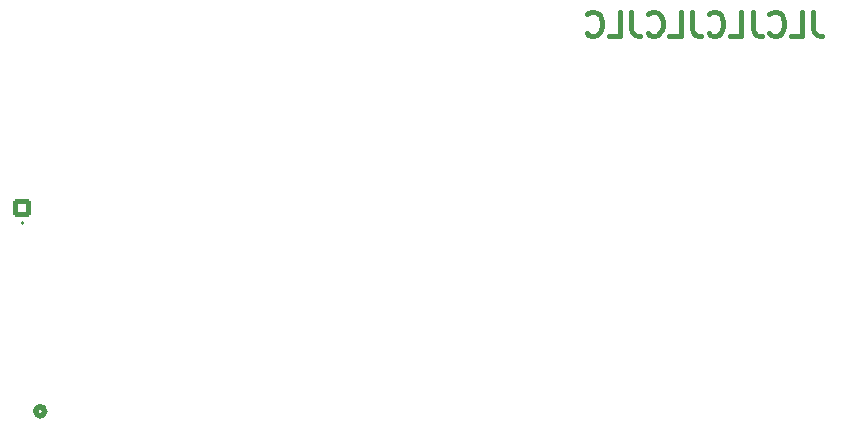
<source format=gbo>
G04 #@! TF.GenerationSoftware,KiCad,Pcbnew,9.0.3*
G04 #@! TF.CreationDate,2025-08-14T10:35:20-07:00*
G04 #@! TF.ProjectId,PD Board,50442042-6f61-4726-942e-6b696361645f,rev?*
G04 #@! TF.SameCoordinates,Original*
G04 #@! TF.FileFunction,Legend,Bot*
G04 #@! TF.FilePolarity,Positive*
%FSLAX46Y46*%
G04 Gerber Fmt 4.6, Leading zero omitted, Abs format (unit mm)*
G04 Created by KiCad (PCBNEW 9.0.3) date 2025-08-14 10:35:20*
%MOMM*%
%LPD*%
G01*
G04 APERTURE LIST*
G04 Aperture macros list*
%AMRoundRect*
0 Rectangle with rounded corners*
0 $1 Rounding radius*
0 $2 $3 $4 $5 $6 $7 $8 $9 X,Y pos of 4 corners*
0 Add a 4 corners polygon primitive as box body*
4,1,4,$2,$3,$4,$5,$6,$7,$8,$9,$2,$3,0*
0 Add four circle primitives for the rounded corners*
1,1,$1+$1,$2,$3*
1,1,$1+$1,$4,$5*
1,1,$1+$1,$6,$7*
1,1,$1+$1,$8,$9*
0 Add four rect primitives between the rounded corners*
20,1,$1+$1,$2,$3,$4,$5,0*
20,1,$1+$1,$4,$5,$6,$7,0*
20,1,$1+$1,$6,$7,$8,$9,0*
20,1,$1+$1,$8,$9,$2,$3,0*%
G04 Aperture macros list end*
%ADD10C,0.400000*%
%ADD11C,0.191421*%
%ADD12C,0.508000*%
%ADD13R,1.950000X1.950000*%
%ADD14C,1.950000*%
%ADD15C,1.020000*%
%ADD16RoundRect,0.250000X-0.552500X0.552500X-0.552500X-0.552500X0.552500X-0.552500X0.552500X0.552500X0*%
%ADD17C,1.605000*%
%ADD18C,2.500000*%
%ADD19C,2.362200*%
G04 APERTURE END LIST*
D10*
X160149223Y-94944438D02*
X160149223Y-96373009D01*
X160149223Y-96373009D02*
X160244462Y-96658723D01*
X160244462Y-96658723D02*
X160434938Y-96849200D01*
X160434938Y-96849200D02*
X160720652Y-96944438D01*
X160720652Y-96944438D02*
X160911128Y-96944438D01*
X158244461Y-96944438D02*
X159196842Y-96944438D01*
X159196842Y-96944438D02*
X159196842Y-94944438D01*
X156434937Y-96753961D02*
X156530175Y-96849200D01*
X156530175Y-96849200D02*
X156815889Y-96944438D01*
X156815889Y-96944438D02*
X157006365Y-96944438D01*
X157006365Y-96944438D02*
X157292080Y-96849200D01*
X157292080Y-96849200D02*
X157482556Y-96658723D01*
X157482556Y-96658723D02*
X157577794Y-96468247D01*
X157577794Y-96468247D02*
X157673032Y-96087295D01*
X157673032Y-96087295D02*
X157673032Y-95801580D01*
X157673032Y-95801580D02*
X157577794Y-95420628D01*
X157577794Y-95420628D02*
X157482556Y-95230152D01*
X157482556Y-95230152D02*
X157292080Y-95039676D01*
X157292080Y-95039676D02*
X157006365Y-94944438D01*
X157006365Y-94944438D02*
X156815889Y-94944438D01*
X156815889Y-94944438D02*
X156530175Y-95039676D01*
X156530175Y-95039676D02*
X156434937Y-95134914D01*
X155006365Y-94944438D02*
X155006365Y-96373009D01*
X155006365Y-96373009D02*
X155101604Y-96658723D01*
X155101604Y-96658723D02*
X155292080Y-96849200D01*
X155292080Y-96849200D02*
X155577794Y-96944438D01*
X155577794Y-96944438D02*
X155768270Y-96944438D01*
X153101603Y-96944438D02*
X154053984Y-96944438D01*
X154053984Y-96944438D02*
X154053984Y-94944438D01*
X151292079Y-96753961D02*
X151387317Y-96849200D01*
X151387317Y-96849200D02*
X151673031Y-96944438D01*
X151673031Y-96944438D02*
X151863507Y-96944438D01*
X151863507Y-96944438D02*
X152149222Y-96849200D01*
X152149222Y-96849200D02*
X152339698Y-96658723D01*
X152339698Y-96658723D02*
X152434936Y-96468247D01*
X152434936Y-96468247D02*
X152530174Y-96087295D01*
X152530174Y-96087295D02*
X152530174Y-95801580D01*
X152530174Y-95801580D02*
X152434936Y-95420628D01*
X152434936Y-95420628D02*
X152339698Y-95230152D01*
X152339698Y-95230152D02*
X152149222Y-95039676D01*
X152149222Y-95039676D02*
X151863507Y-94944438D01*
X151863507Y-94944438D02*
X151673031Y-94944438D01*
X151673031Y-94944438D02*
X151387317Y-95039676D01*
X151387317Y-95039676D02*
X151292079Y-95134914D01*
X149863507Y-94944438D02*
X149863507Y-96373009D01*
X149863507Y-96373009D02*
X149958746Y-96658723D01*
X149958746Y-96658723D02*
X150149222Y-96849200D01*
X150149222Y-96849200D02*
X150434936Y-96944438D01*
X150434936Y-96944438D02*
X150625412Y-96944438D01*
X147958745Y-96944438D02*
X148911126Y-96944438D01*
X148911126Y-96944438D02*
X148911126Y-94944438D01*
X146149221Y-96753961D02*
X146244459Y-96849200D01*
X146244459Y-96849200D02*
X146530173Y-96944438D01*
X146530173Y-96944438D02*
X146720649Y-96944438D01*
X146720649Y-96944438D02*
X147006364Y-96849200D01*
X147006364Y-96849200D02*
X147196840Y-96658723D01*
X147196840Y-96658723D02*
X147292078Y-96468247D01*
X147292078Y-96468247D02*
X147387316Y-96087295D01*
X147387316Y-96087295D02*
X147387316Y-95801580D01*
X147387316Y-95801580D02*
X147292078Y-95420628D01*
X147292078Y-95420628D02*
X147196840Y-95230152D01*
X147196840Y-95230152D02*
X147006364Y-95039676D01*
X147006364Y-95039676D02*
X146720649Y-94944438D01*
X146720649Y-94944438D02*
X146530173Y-94944438D01*
X146530173Y-94944438D02*
X146244459Y-95039676D01*
X146244459Y-95039676D02*
X146149221Y-95134914D01*
X144720649Y-94944438D02*
X144720649Y-96373009D01*
X144720649Y-96373009D02*
X144815888Y-96658723D01*
X144815888Y-96658723D02*
X145006364Y-96849200D01*
X145006364Y-96849200D02*
X145292078Y-96944438D01*
X145292078Y-96944438D02*
X145482554Y-96944438D01*
X142815887Y-96944438D02*
X143768268Y-96944438D01*
X143768268Y-96944438D02*
X143768268Y-94944438D01*
X141006363Y-96753961D02*
X141101601Y-96849200D01*
X141101601Y-96849200D02*
X141387315Y-96944438D01*
X141387315Y-96944438D02*
X141577791Y-96944438D01*
X141577791Y-96944438D02*
X141863506Y-96849200D01*
X141863506Y-96849200D02*
X142053982Y-96658723D01*
X142053982Y-96658723D02*
X142149220Y-96468247D01*
X142149220Y-96468247D02*
X142244458Y-96087295D01*
X142244458Y-96087295D02*
X142244458Y-95801580D01*
X142244458Y-95801580D02*
X142149220Y-95420628D01*
X142149220Y-95420628D02*
X142053982Y-95230152D01*
X142053982Y-95230152D02*
X141863506Y-95039676D01*
X141863506Y-95039676D02*
X141577791Y-94944438D01*
X141577791Y-94944438D02*
X141387315Y-94944438D01*
X141387315Y-94944438D02*
X141101601Y-95039676D01*
X141101601Y-95039676D02*
X141006363Y-95134914D01*
G04 #@! TO.C,J1*
D11*
X93275710Y-112820000D02*
G75*
G02*
X93084290Y-112820000I-95710J0D01*
G01*
X93084290Y-112820000D02*
G75*
G02*
X93275710Y-112820000I95710J0D01*
G01*
D12*
G04 #@! TO.C,M1*
X95069902Y-128748400D02*
G75*
G02*
X94307902Y-128748400I-381000J0D01*
G01*
X94307902Y-128748400D02*
G75*
G02*
X95069902Y-128748400I381000J0D01*
G01*
G04 #@! TD*
%LPC*%
D13*
G04 #@! TO.C,P7*
X144330000Y-111780000D03*
D14*
X144330000Y-103580000D03*
X139330000Y-111780000D03*
X139330000Y-103580000D03*
G04 #@! TD*
D15*
G04 #@! TO.C,J1*
X97160000Y-107240000D03*
D16*
X93180000Y-111520000D03*
D17*
X96180000Y-111520000D03*
X93180000Y-108520000D03*
X96180000Y-108520000D03*
G04 #@! TD*
D18*
G04 #@! TO.C,H4*
X92700000Y-95800000D03*
G04 #@! TD*
D13*
G04 #@! TO.C,P3*
X138230000Y-120950000D03*
D14*
X138230000Y-129150000D03*
X143230000Y-120950000D03*
X143230000Y-129150000D03*
G04 #@! TD*
D18*
G04 #@! TO.C,H3*
X167200000Y-95800000D03*
G04 #@! TD*
D13*
G04 #@! TO.C,P8*
X159830000Y-111780000D03*
D14*
X159830000Y-103580000D03*
X154830000Y-111780000D03*
X154830000Y-103580000D03*
G04 #@! TD*
D19*
G04 #@! TO.C,M1*
X94688902Y-124816602D03*
X94688902Y-119116598D03*
G04 #@! TD*
D18*
G04 #@! TO.C,H1*
X92700000Y-136200000D03*
G04 #@! TD*
D13*
G04 #@! TO.C,P4*
X153730000Y-120950000D03*
D14*
X153730000Y-129150000D03*
X158730000Y-120950000D03*
X158730000Y-129150000D03*
G04 #@! TD*
D13*
G04 #@! TO.C,P1*
X107230000Y-120950000D03*
D14*
X107230000Y-129150000D03*
X112230000Y-120950000D03*
X112230000Y-129150000D03*
G04 #@! TD*
D13*
G04 #@! TO.C,P2*
X122730000Y-120950000D03*
D14*
X122730000Y-129150000D03*
X127730000Y-120950000D03*
X127730000Y-129150000D03*
G04 #@! TD*
D13*
G04 #@! TO.C,P6*
X128830000Y-111780000D03*
D14*
X128830000Y-103580000D03*
X123830000Y-111780000D03*
X123830000Y-103580000D03*
G04 #@! TD*
D13*
G04 #@! TO.C,P5*
X113330000Y-111780000D03*
D14*
X113330000Y-103580000D03*
X108330000Y-111780000D03*
X108330000Y-103580000D03*
G04 #@! TD*
D18*
G04 #@! TO.C,H2*
X167200000Y-136200000D03*
G04 #@! TD*
%LPD*%
M02*

</source>
